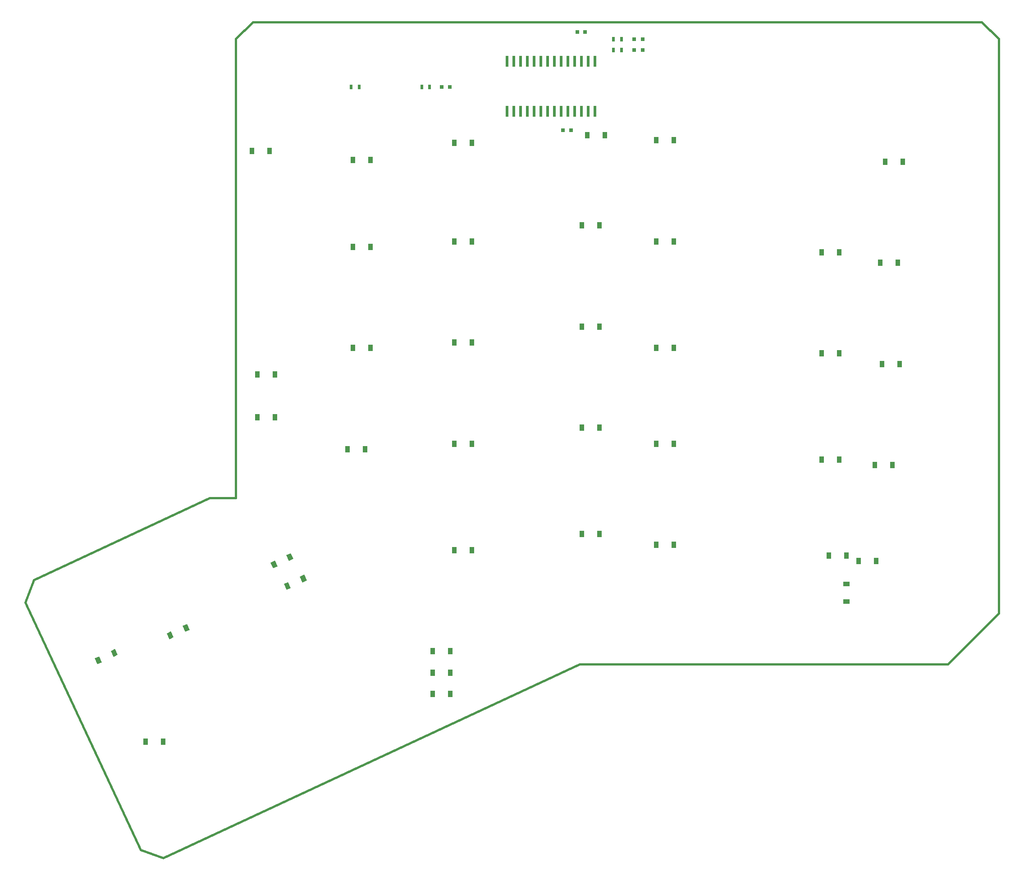
<source format=gtp>
%TF.GenerationSoftware,KiCad,Pcbnew,5.1.7*%
%TF.CreationDate,2020-11-01T11:12:35-08:00*%
%TF.ProjectId,ErgoDOX_right,4572676f-444f-4585-9f72-696768742e6b,2.0.1*%
%TF.SameCoordinates,Original*%
%TF.FileFunction,Paste,Top*%
%TF.FilePolarity,Positive*%
%FSLAX46Y46*%
G04 Gerber Fmt 4.6, Leading zero omitted, Abs format (unit mm)*
G04 Created by KiCad (PCBNEW 5.1.7) date 2020-11-01 11:12:35*
%MOMM*%
%LPD*%
G01*
G04 APERTURE LIST*
%TA.AperFunction,Profile*%
%ADD10C,0.381000*%
%TD*%
%ADD11R,0.600000X2.000000*%
%ADD12R,0.800000X0.750000*%
%ADD13R,0.900000X1.200000*%
%ADD14R,1.200000X0.900000*%
%ADD15C,0.150000*%
%ADD16R,0.500000X0.900000*%
%ADD17R,0.800000X0.800000*%
G04 APERTURE END LIST*
D10*
X90121000Y-32258000D02*
X93521000Y-32258000D01*
X90121000Y-32258000D02*
X77876400Y-32258000D01*
X95046800Y-32258000D02*
X93521000Y-32258000D01*
X202742800Y-32258000D02*
X143408400Y-32258000D01*
X143408400Y-32258000D02*
X131902200Y-32258000D01*
X131902200Y-32258000D02*
X95046800Y-32258000D01*
X77876400Y-32258000D02*
X65811400Y-32258000D01*
X65811400Y-32258000D02*
X62611000Y-35433000D01*
X127152400Y-152908000D02*
X196392800Y-152908000D01*
X196392800Y-152908000D02*
X205917800Y-143383000D01*
X205917800Y-143383000D02*
X205917800Y-35433000D01*
X205917800Y-35433000D02*
X202742800Y-32258000D01*
X62611000Y-35433000D02*
X62611000Y-121666000D01*
X62611000Y-121666000D02*
X57708800Y-121666000D01*
X57708800Y-121666000D02*
X24617680Y-137096500D01*
X24617680Y-137096500D02*
X23080980Y-141315440D01*
X23080980Y-141315440D02*
X44764960Y-187817760D01*
X44764960Y-187817760D02*
X48983900Y-189351920D01*
X48983900Y-189351920D02*
X127152400Y-152908000D01*
D11*
%TO.C,U2*%
X113596000Y-49023000D03*
X114866000Y-49023000D03*
X116136000Y-49023000D03*
X117406000Y-49023000D03*
X118676000Y-49023000D03*
X119946000Y-49023000D03*
X121216000Y-49023000D03*
X122486000Y-49023000D03*
X123756000Y-49023000D03*
X125026000Y-49023000D03*
X126296000Y-49023000D03*
X127566000Y-49023000D03*
X128836000Y-49023000D03*
X130106000Y-49023000D03*
X130106000Y-39623000D03*
X128836000Y-39623000D03*
X127566000Y-39623000D03*
X126296000Y-39623000D03*
X125026000Y-39623000D03*
X123756000Y-39623000D03*
X122486000Y-39623000D03*
X121216000Y-39623000D03*
X119946000Y-39623000D03*
X118676000Y-39623000D03*
X117406000Y-39623000D03*
X116136000Y-39623000D03*
X114866000Y-39623000D03*
X113596000Y-39623000D03*
%TD*%
D12*
%TO.C,C6*%
X126746000Y-34163000D03*
X128246000Y-34163000D03*
%TD*%
%TO.C,C5*%
X102776000Y-44498000D03*
X101276000Y-44498000D03*
%TD*%
%TO.C,C4*%
X124091000Y-52578000D03*
X125591000Y-52578000D03*
%TD*%
D13*
%TO.C,D5:9*%
X103626000Y-54998000D03*
X106926000Y-54998000D03*
%TD*%
%TO.C,D5:13*%
X184626000Y-58498000D03*
X187926000Y-58498000D03*
%TD*%
%TO.C,D5:12*%
X175926000Y-75498000D03*
X172626000Y-75498000D03*
%TD*%
%TO.C,D5:11*%
X141626000Y-54498000D03*
X144926000Y-54498000D03*
%TD*%
%TO.C,D5:10*%
X131926000Y-53498000D03*
X128626000Y-53498000D03*
%TD*%
%TO.C,D5:8*%
X84626000Y-58148000D03*
X87926000Y-58148000D03*
%TD*%
%TO.C,D5:7*%
X65626000Y-56498000D03*
X68926000Y-56498000D03*
%TD*%
%TO.C,D4:13*%
X183626000Y-77498000D03*
X186926000Y-77498000D03*
%TD*%
%TO.C,D4:12*%
X175926000Y-94498000D03*
X172626000Y-94498000D03*
%TD*%
%TO.C,D4:11*%
X141626000Y-73498000D03*
X144926000Y-73498000D03*
%TD*%
%TO.C,D4:10*%
X130926000Y-70498000D03*
X127626000Y-70498000D03*
%TD*%
%TO.C,D4:9*%
X103626000Y-73498000D03*
X106926000Y-73498000D03*
%TD*%
%TO.C,D4:8*%
X84626000Y-74498000D03*
X87926000Y-74498000D03*
%TD*%
%TO.C,D4:7*%
X66626000Y-98498000D03*
X69926000Y-98498000D03*
%TD*%
%TO.C,D3:13*%
X183976000Y-96498000D03*
X187276000Y-96498000D03*
%TD*%
%TO.C,D3:12*%
X175926000Y-114498000D03*
X172626000Y-114498000D03*
%TD*%
%TO.C,D3:11*%
X141626000Y-93498000D03*
X144926000Y-93498000D03*
%TD*%
%TO.C,D3:10*%
X130926000Y-89498000D03*
X127626000Y-89498000D03*
%TD*%
%TO.C,D3:9*%
X103626000Y-92498000D03*
X106926000Y-92498000D03*
%TD*%
%TO.C,D3:8*%
X84626000Y-93498000D03*
X87926000Y-93498000D03*
%TD*%
%TO.C,D2:13*%
X182626000Y-115498000D03*
X185926000Y-115498000D03*
%TD*%
%TO.C,D2:12*%
X177276000Y-132498000D03*
X173976000Y-132498000D03*
%TD*%
%TO.C,D2:11*%
X141626000Y-111498000D03*
X144926000Y-111498000D03*
%TD*%
%TO.C,D2:10*%
X130926000Y-108498000D03*
X127626000Y-108498000D03*
%TD*%
%TO.C,D2:9*%
X103626000Y-111498000D03*
X106926000Y-111498000D03*
%TD*%
%TO.C,D2:8*%
X83626000Y-112498000D03*
X86926000Y-112498000D03*
%TD*%
%TO.C,D2:7*%
X66626000Y-106498000D03*
X69926000Y-106498000D03*
%TD*%
%TO.C,D1:13*%
X179626000Y-133498000D03*
X182926000Y-133498000D03*
%TD*%
D14*
%TO.C,D1:12*%
X177276000Y-137848000D03*
X177276000Y-141148000D03*
%TD*%
D13*
%TO.C,D1:11*%
X141626000Y-130498000D03*
X144926000Y-130498000D03*
%TD*%
%TO.C,D1:10*%
X130926000Y-128498000D03*
X127626000Y-128498000D03*
%TD*%
%TO.C,D1:9*%
X103626000Y-131498000D03*
X106926000Y-131498000D03*
%TD*%
D15*
%TO.C,D1:8*%
G36*
X75425676Y-136094477D02*
G01*
X75932817Y-137182046D01*
X75117140Y-137562403D01*
X74609999Y-136474834D01*
X75425676Y-136094477D01*
G37*
G36*
X72434860Y-137489117D02*
G01*
X72942001Y-138576686D01*
X72126324Y-138957043D01*
X71619183Y-137869474D01*
X72434860Y-137489117D01*
G37*
%TD*%
%TO.C,D1:7*%
G36*
X50121732Y-148231963D02*
G01*
X49614591Y-147144394D01*
X50430268Y-146764037D01*
X50937409Y-147851606D01*
X50121732Y-148231963D01*
G37*
G36*
X53112548Y-146837323D02*
G01*
X52605407Y-145749754D01*
X53421084Y-145369397D01*
X53928225Y-146456966D01*
X53112548Y-146837323D01*
G37*
%TD*%
D13*
%TO.C,D0:12*%
X102926000Y-158498000D03*
X99626000Y-158498000D03*
%TD*%
%TO.C,D0:11*%
X102926000Y-154498000D03*
X99626000Y-154498000D03*
%TD*%
%TO.C,D0:10*%
X102926000Y-150498000D03*
X99626000Y-150498000D03*
%TD*%
%TO.C,D0:9*%
X48926000Y-167498000D03*
X45626000Y-167498000D03*
%TD*%
D15*
%TO.C,D0:8*%
G36*
X72925676Y-132066717D02*
G01*
X73432817Y-133154286D01*
X72617140Y-133534643D01*
X72109999Y-132447074D01*
X72925676Y-132066717D01*
G37*
G36*
X69934860Y-133461357D02*
G01*
X70442001Y-134548926D01*
X69626324Y-134929283D01*
X69119183Y-133841714D01*
X69934860Y-133461357D01*
G37*
%TD*%
%TO.C,D0:7*%
G36*
X39925676Y-150066717D02*
G01*
X40432817Y-151154286D01*
X39617140Y-151534643D01*
X39109999Y-150447074D01*
X39925676Y-150066717D01*
G37*
G36*
X36934860Y-151461357D02*
G01*
X37442001Y-152548926D01*
X36626324Y-152929283D01*
X36119183Y-151841714D01*
X36934860Y-151461357D01*
G37*
%TD*%
D16*
%TO.C,R7*%
X84276000Y-44498000D03*
X85776000Y-44498000D03*
%TD*%
%TO.C,R6*%
X97526000Y-44498000D03*
X99026000Y-44498000D03*
%TD*%
%TO.C,R3*%
X133526000Y-37498000D03*
X135026000Y-37498000D03*
%TD*%
%TO.C,R4*%
X133526000Y-35498000D03*
X135026000Y-35498000D03*
%TD*%
D17*
%TO.C,LED_B1*%
X137476000Y-35498000D03*
X139076000Y-35498000D03*
%TD*%
%TO.C,LED_A1*%
X137476000Y-37498000D03*
X139076000Y-37498000D03*
%TD*%
M02*

</source>
